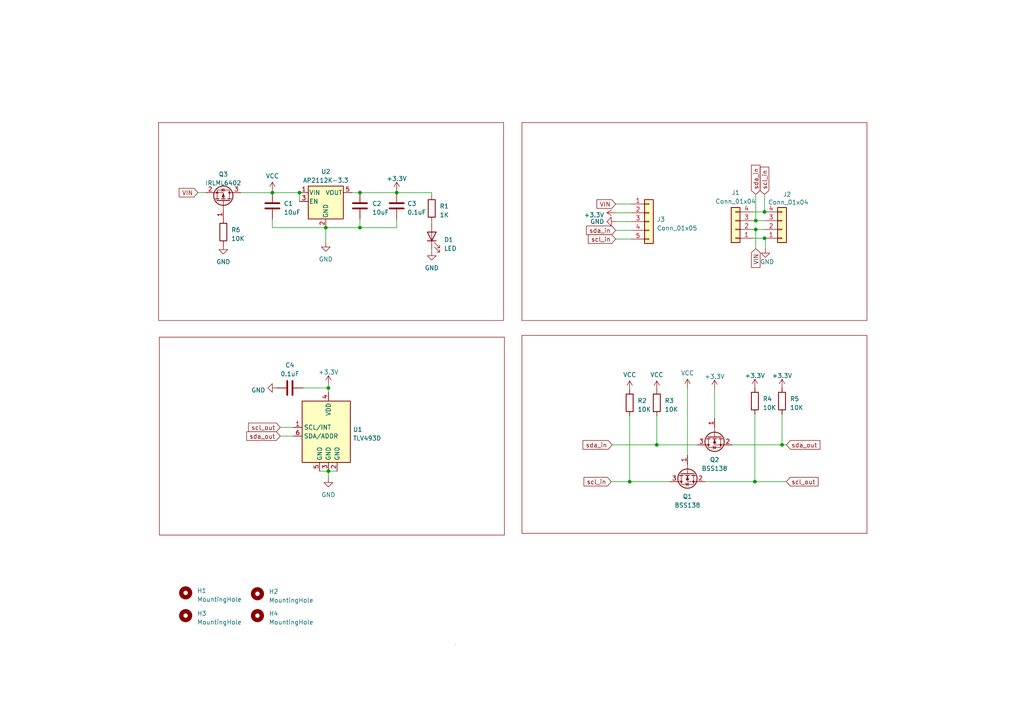
<source format=kicad_sch>
(kicad_sch (version 20230121) (generator eeschema)
  (paper "A4")
  (title_block (title "Positron TLV493D") (date "2025-06-24") (rev "1.0") (company "POSITRON ELEKTRONIK"))
  (lib_symbols
    (symbol "Connector_Generic:Conn_01x04" (pin_names (offset 1.016) hide)
      (property "Reference" "J" (at 0 5.08 0))
      (property "Value" "Conn_01x04" (at 0 -7.62 0))
      (symbol "Conn_01x04_1_1"
        (rectangle (start -1.27 -4.953) (end 0 -5.207) (stroke (width 0.1524)))
        (rectangle (start -1.27 -2.413) (end 0 -2.667) (stroke (width 0.1524)))
        (rectangle (start -1.27 0.127) (end 0 -0.127) (stroke (width 0.1524)))
        (rectangle (start -1.27 2.667) (end 0 2.413) (stroke (width 0.1524)))
        (rectangle (start -1.27 3.81) (end 1.27 -6.35) (stroke (width 0.254)) (fill (type background)))
        (pin passive line (at -5.08 2.54 0) (length 3.81) (name "Pin_1") (number "1"))
        (pin passive line (at -5.08 0 0) (length 3.81) (name "Pin_2") (number "2"))
        (pin passive line (at -5.08 -2.54 0) (length 3.81) (name "Pin_3") (number "3"))
        (pin passive line (at -5.08 -5.08 0) (length 3.81) (name "Pin_4") (number "4"))
      )
    )
    (symbol "Connector_Generic:Conn_01x05" (pin_names (offset 1.016) hide)
      (property "Reference" "J" (at 0 7.62 0))
      (property "Value" "Conn_01x05" (at 0 -7.62 0))
      (symbol "Conn_01x05_1_1"
        (rectangle (start -1.27 -4.953) (end 0 -5.207) (stroke (width 0.1524)))
        (rectangle (start -1.27 -2.413) (end 0 -2.667) (stroke (width 0.1524)))
        (rectangle (start -1.27 0.127) (end 0 -0.127) (stroke (width 0.1524)))
        (rectangle (start -1.27 2.667) (end 0 2.413) (stroke (width 0.1524)))
        (rectangle (start -1.27 5.207) (end 0 4.953) (stroke (width 0.1524)))
        (rectangle (start -1.27 6.35) (end 1.27 -6.35) (stroke (width 0.254)) (fill (type background)))
        (pin passive line (at -5.08 5.08 0) (length 3.81) (name "Pin_1") (number "1"))
        (pin passive line (at -5.08 2.54 0) (length 3.81) (name "Pin_2") (number "2"))
        (pin passive line (at -5.08 0 0) (length 3.81) (name "Pin_3") (number "3"))
        (pin passive line (at -5.08 -2.54 0) (length 3.81) (name "Pin_4") (number "4"))
        (pin passive line (at -5.08 -5.08 0) (length 3.81) (name "Pin_5") (number "5"))
      )
    )
    (symbol "Device:C" (pin_numbers hide) (pin_names (offset 0.254))
      (property "Reference" "C" (at 0.635 2.54 0))
      (property "Value" "C" (at 0.635 -2.54 0))
      (symbol "C_0_1"
        (polyline (pts (xy -2.032 -0.762) (xy 2.032 -0.762)) (stroke (width 0.508)))
        (polyline (pts (xy -2.032 0.762) (xy 2.032 0.762)) (stroke (width 0.508)))
      )
      (symbol "C_1_1"
        (pin passive line (at 0 3.81 270) (length 2.794) (name "~") (number "1"))
        (pin passive line (at 0 -3.81 90) (length 2.794) (name "~") (number "2"))
      )
    )
    (symbol "Device:LED" (pin_numbers hide) (pin_names (offset 1.016) hide)
      (property "Reference" "D" (at 0 2.54 0))
      (property "Value" "LED" (at 0 -2.54 0))
      (symbol "LED_0_1"
        (polyline (pts (xy -1.27 -1.27) (xy -1.27 1.27)) (stroke (width 0.254)))
        (polyline (pts (xy -1.27 0) (xy 1.27 0)))
        (polyline (pts (xy 1.27 -1.27) (xy 1.27 1.27) (xy -1.27 0) (xy 1.27 -1.27)) (stroke (width 0.254)))
        (polyline (pts (xy -3.048 -0.762) (xy -4.572 -2.286) (xy -3.81 -2.286) (xy -4.572 -2.286) (xy -4.572 -1.524)))
        (polyline (pts (xy -1.778 -0.762) (xy -3.302 -2.286) (xy -2.54 -2.286) (xy -3.302 -2.286) (xy -3.302 -1.524)))
      )
      (symbol "LED_1_1"
        (pin passive line (at -3.81 0 0) (length 2.54) (name "K") (number "1"))
        (pin passive line (at 3.81 0 180) (length 2.54) (name "A") (number "2"))
      )
    )
    (symbol "Device:R" (pin_numbers hide) (pin_names (offset 0))
      (property "Reference" "R" (at 2.032 0 90))
      (property "Value" "R" (at 0 0 90))
      (symbol "R_0_1"
        (rectangle (start -1.016 -2.54) (end 1.016 2.54) (stroke (width 0.254)))
      )
      (symbol "R_1_1"
        (pin passive line (at 0 3.81 270) (length 1.27) (name "~") (number "1"))
        (pin passive line (at 0 -3.81 90) (length 1.27) (name "~") (number "2"))
      )
    )
    (symbol "Mechanical:MountingHole" (pin_names (offset 1.016))
      (property "Reference" "H" (at 0 5.08 0))
      (property "Value" "MountingHole" (at 0 3.175 0))
      (symbol "MountingHole_0_1"
        (circle (center 0 0) (radius 1.27) (stroke (width 1.27)))
      )
    )
    (symbol "Regulator_Linear:AP2112K-3.3" (pin_names (offset 0.254))
      (property "Reference" "U" (at -5.08 5.715 0))
      (property "Value" "AP2112K-3.3" (at 0 5.715 0))
      (symbol "AP2112K-3.3_0_1"
        (rectangle (start -5.08 4.445) (end 5.08 -5.08) (stroke (width 0.254)) (fill (type background)))
      )
      (symbol "AP2112K-3.3_1_1"
        (pin power_in line (at -7.62 2.54 0) (length 2.54) (name "VIN") (number "1"))
        (pin power_in line (at 0 -7.62 90) (length 2.54) (name "GND") (number "2"))
        (pin input line (at -7.62 0 0) (length 2.54) (name "EN") (number "3"))
        (pin no_connect line (at 5.08 0 180) (length 2.54) hide (name "NC") (number "4"))
        (pin power_out line (at 7.62 2.54 180) (length 2.54) (name "VOUT") (number "5"))
      )
    )
    (symbol "Sensor_Magnetic:TLV493D"
      (property "Reference" "U" (at -6.35 11.43 0))
      (property "Value" "TLV493D" (at 5.08 11.43 0))
      (symbol "TLV493D_0_1"
        (rectangle (start -7.62 10.16) (end 6.35 -7.62) (stroke (width 0.254)) (fill (type background)))
      )
      (symbol "TLV493D_1_1"
        (pin bidirectional line (at -10.16 2.54 0) (length 2.54) (name "SCL/INT") (number "1"))
        (pin power_in line (at 2.54 -10.16 90) (length 2.54) (name "GND") (number "2"))
        (pin power_in line (at 0 -10.16 90) (length 2.54) (name "GND") (number "3"))
        (pin power_in line (at 0 12.7 270) (length 2.54) (name "VDD") (number "4"))
        (pin power_in line (at -2.54 -10.16 90) (length 2.54) (name "GND") (number "5"))
        (pin bidirectional line (at -10.16 0 0) (length 2.54) (name "SDA/ADDR") (number "6"))
      )
    )
    (symbol "Transistor_FET:BSS138" (pin_names hide)
      (property "Reference" "Q" (at 5.08 1.905 0))
      (property "Value" "BSS138" (at 5.08 0 0))
      (symbol "BSS138_0_1"
        (polyline (pts (xy 0.254 0) (xy -2.54 0)))
        (polyline (pts (xy 0.254 1.905) (xy 0.254 -1.905)) (stroke (width 0.254)))
        (polyline (pts (xy 0.762 -1.27) (xy 0.762 -2.286)) (stroke (width 0.254)))
        (polyline (pts (xy 0.762 0.508) (xy 0.762 -0.508)) (stroke (width 0.254)))
        (polyline (pts (xy 0.762 2.286) (xy 0.762 1.27)) (stroke (width 0.254)))
        (polyline (pts (xy 2.54 2.54) (xy 2.54 1.778)))
        (polyline (pts (xy 2.54 -2.54) (xy 2.54 0) (xy 0.762 0)))
        (polyline (pts (xy 0.762 -1.778) (xy 3.302 -1.778) (xy 3.302 1.778) (xy 0.762 1.778)))
        (polyline (pts (xy 1.016 0) (xy 2.032 0.381) (xy 2.032 -0.381) (xy 1.016 0)) (fill (type outline)))
        (polyline (pts (xy 2.794 0.508) (xy 2.921 0.381) (xy 3.683 0.381) (xy 3.81 0.254)))
        (polyline (pts (xy 3.302 0.381) (xy 2.921 -0.254) (xy 3.683 -0.254) (xy 3.302 0.381)))
        (circle (center 1.651 0) (radius 2.794) (stroke (width 0.254)))
        (circle (center 2.54 -1.778) (radius 0.254) (fill (type outline)))
        (circle (center 2.54 1.778) (radius 0.254) (fill (type outline)))
      )
      (symbol "BSS138_1_1"
        (pin input line (at -5.08 0 0) (length 2.54) (name "G") (number "1"))
        (pin passive line (at 2.54 -5.08 90) (length 2.54) (name "S") (number "2"))
        (pin passive line (at 2.54 5.08 270) (length 2.54) (name "D") (number "3"))
      )
    )
    (symbol "Transistor_FET:IRLML6402" (pin_names hide)
      (property "Reference" "Q" (at 5.08 1.905 0))
      (property "Value" "IRLML6402" (at 5.08 0 0))
      (symbol "IRLML6402_0_1"
        (polyline (pts (xy 0.254 0) (xy -2.54 0)))
        (polyline (pts (xy 0.254 1.905) (xy 0.254 -1.905)) (stroke (width 0.254)))
        (polyline (pts (xy 0.762 -1.27) (xy 0.762 -2.286)) (stroke (width 0.254)))
        (polyline (pts (xy 0.762 0.508) (xy 0.762 -0.508)) (stroke (width 0.254)))
        (polyline (pts (xy 0.762 2.286) (xy 0.762 1.27)) (stroke (width 0.254)))
        (polyline (pts (xy 2.54 2.54) (xy 2.54 1.778)))
        (polyline (pts (xy 2.54 -2.54) (xy 2.54 0) (xy 0.762 0)))
        (polyline (pts (xy 0.762 1.778) (xy 3.302 1.778) (xy 3.302 -1.778) (xy 0.762 -1.778)))
        (polyline (pts (xy 2.286 0) (xy 1.27 0.381) (xy 1.27 -0.381) (xy 2.286 0)) (fill (type outline)))
        (polyline (pts (xy 2.794 -0.508) (xy 2.921 -0.381) (xy 3.683 -0.381) (xy 3.81 -0.254)))
        (polyline (pts (xy 3.302 -0.381) (xy 2.921 0.254) (xy 3.683 0.254) (xy 3.302 -0.381)))
        (circle (center 1.651 0) (radius 2.794) (stroke (width 0.254)))
        (circle (center 2.54 -1.778) (radius 0.254) (fill (type outline)))
        (circle (center 2.54 1.778) (radius 0.254) (fill (type outline)))
      )
      (symbol "IRLML6402_1_1"
        (pin input line (at -5.08 0 0) (length 2.54) (name "G") (number "1"))
        (pin passive line (at 2.54 -5.08 90) (length 2.54) (name "S") (number "2"))
        (pin passive line (at 2.54 5.08 270) (length 2.54) (name "D") (number "3"))
      )
    )
    (symbol "power:+3.3V" (power) (pin_names (offset 0))
      (property "Value" "+3.3V" (at 0 3.556 0))
      (symbol "+3.3V_0_1"
        (polyline (pts (xy -0.762 1.27) (xy 0 2.54)))
        (polyline (pts (xy 0 0) (xy 0 2.54)))
        (polyline (pts (xy 0 2.54) (xy 0.762 1.27)))
      )
      (symbol "+3.3V_1_1"
        (pin power_in line (at 0 0 90) (length 0) hide (name "+3.3V") (number "1"))
      )
    )
    (symbol "power:GND" (power) (pin_names (offset 0))
      (property "Value" "GND" (at 0 -3.81 0))
      (symbol "GND_0_1"
        (polyline (pts (xy 0 0) (xy 0 -1.27) (xy 1.27 -1.27) (xy 0 -2.54) (xy -1.27 -1.27) (xy 0 -1.27)))
      )
      (symbol "GND_1_1"
        (pin power_in line (at 0 0 270) (length 0) hide (name "GND") (number "1"))
      )
    )
    (symbol "power:VCC" (power) (pin_names (offset 0))
      (property "Value" "VCC" (at 0 3.81 0))
      (symbol "VCC_0_1"
        (polyline (pts (xy -0.762 1.27) (xy 0 2.54)))
        (polyline (pts (xy 0 0) (xy 0 2.54)))
        (polyline (pts (xy 0 2.54) (xy 0.762 1.27)))
      )
      (symbol "VCC_1_1"
        (pin power_in line (at 0 0 90) (length 0) hide (name "VCC") (number "1"))
      )
    )
  )
  (junction (at 226.822 129.032))
  (junction (at 95.25 136.652))
  (junction (at 190.5 129.032))
  (junction (at 95.25 112.522))
  (junction (at 219.202 66.548))
  (junction (at 221.742 61.468))
  (junction (at 94.488 66.04))
  (junction (at 86.868 55.88))
  (junction (at 221.742 69.088))
  (junction (at 104.394 66.04))
  (junction (at 78.994 55.88))
  (junction (at 104.394 55.88))
  (junction (at 218.948 139.7))
  (junction (at 182.626 139.7))
  (junction (at 115.062 55.88))
  (junction (at 219.202 64.008))
  (wire (pts (xy 190.5 120.65) (xy 190.5 129.032)))
  (wire (pts (xy 199.39 112.522) (xy 199.39 132.08)))
  (wire (pts (xy 78.994 63.5) (xy 78.994 66.04)))
  (wire (pts (xy 95.25 113.792) (xy 95.25 112.522)))
  (wire (pts (xy 104.394 63.5) (xy 104.394 66.04)))
  (wire (pts (xy 218.44 64.008) (xy 219.202 64.008)))
  (wire (pts (xy 212.344 129.032) (xy 226.822 129.032)))
  (wire (pts (xy 57.404 55.88) (xy 59.69 55.88)))
  (wire (pts (xy 69.85 55.88) (xy 78.994 55.88)))
  (wire (pts (xy 104.394 66.04) (xy 94.488 66.04)))
  (wire (pts (xy 115.062 66.04) (xy 104.394 66.04)))
  (wire (pts (xy 86.868 55.88) (xy 86.868 58.42)))
  (wire (pts (xy 182.626 139.7) (xy 194.31 139.7)))
  (wire (pts (xy 219.202 64.008) (xy 221.742 64.008)))
  (wire (pts (xy 178.562 61.722) (xy 183.134 61.722)))
  (wire (pts (xy 218.948 139.7) (xy 218.948 120.142)))
  (wire (pts (xy 115.062 55.88) (xy 125.222 55.88)))
  (wire (pts (xy 218.44 61.468) (xy 221.742 61.468)))
  (wire (pts (xy 78.994 55.372) (xy 78.994 55.88)))
  (wire (pts (xy 219.202 66.548) (xy 219.202 72.136)))
  (wire (pts (xy 221.996 69.088) (xy 221.996 72.136)))
  (wire (pts (xy 219.202 66.548) (xy 221.742 66.548)))
  (wire (pts (xy 81.28 123.952) (xy 85.09 123.952)))
  (wire (pts (xy 218.44 69.088) (xy 221.742 69.088)))
  (wire (pts (xy 78.994 66.04) (xy 94.488 66.04)))
  (wire (pts (xy 95.25 112.522) (xy 95.25 111.506)))
  (wire (pts (xy 125.222 64.262) (xy 125.222 64.77)))
  (wire (pts (xy 177.546 129.032) (xy 190.5 129.032)))
  (wire (pts (xy 190.5 129.032) (xy 202.184 129.032)))
  (wire (pts (xy 218.948 139.7) (xy 228.092 139.7)))
  (wire (pts (xy 78.994 55.88) (xy 86.868 55.88)))
  (wire (pts (xy 221.742 69.088) (xy 221.996 69.088)))
  (wire (pts (xy 115.062 63.5) (xy 115.062 66.04)))
  (wire (pts (xy 87.884 112.522) (xy 95.25 112.522)))
  (wire (pts (xy 92.71 136.652) (xy 95.25 136.652)))
  (wire (pts (xy 115.062 55.372) (xy 115.062 55.88)))
  (wire (pts (xy 221.742 56.388) (xy 221.742 61.468)))
  (wire (pts (xy 178.562 59.182) (xy 183.134 59.182)))
  (wire (pts (xy 81.28 126.492) (xy 85.09 126.492)))
  (wire (pts (xy 95.25 136.652) (xy 97.79 136.652)))
  (wire (pts (xy 102.108 55.88) (xy 104.394 55.88)))
  (wire (pts (xy 177.292 139.7) (xy 182.626 139.7)))
  (wire (pts (xy 104.394 55.88) (xy 115.062 55.88)))
  (wire (pts (xy 219.202 56.388) (xy 219.202 64.008)))
  (wire (pts (xy 207.264 112.776) (xy 207.264 121.412)))
  (wire (pts (xy 226.822 129.032) (xy 228.092 129.032)))
  (wire (pts (xy 125.222 72.39) (xy 125.222 72.898)))
  (wire (pts (xy 178.562 66.802) (xy 183.134 66.802)))
  (wire (pts (xy 94.488 66.04) (xy 94.488 70.358)))
  (wire (pts (xy 125.222 55.88) (xy 125.222 56.642)))
  (wire (pts (xy 95.25 136.652) (xy 95.25 138.684)))
  (wire (pts (xy 182.626 120.65) (xy 182.626 139.7)))
  (wire (pts (xy 204.47 139.7) (xy 218.948 139.7)))
  (wire (pts (xy 218.44 66.548) (xy 219.202 66.548)))
  (wire (pts (xy 226.822 129.032) (xy 226.822 120.142)))
  (wire (pts (xy 178.562 69.342) (xy 183.134 69.342)))
  (wire (pts (xy 178.562 64.262) (xy 183.134 64.262)))
  (rectangle (start 45.974 35.56) (end 146.05 92.964) (stroke (width 0) (color 132 0 0 1)))
  (rectangle (start 46.228 97.79) (end 146.304 155.194) (stroke (width 0) (color 132 0 0 1)))
  (rectangle (start 132.08 186.944) (end 132.08 186.944))
  (rectangle (start 151.384 35.56) (end 251.46 92.964) (stroke (width 0) (color 132 0 0 1)))
  (rectangle (start 151.384 97.282) (end 251.46 154.686) (stroke (width 0) (color 132 0 0 1)))
  (global_label "scl_in" (shape input) (at 178.562 69.342 180) (property "Intersheetrefs" "${INTERSHEET_REFS}" (effects hide)))
  (global_label "VIN" (shape input) (at 178.562 59.182 180) (property "Intersheetrefs" "${INTERSHEET_REFS}" (effects hide)))
  (global_label "VIN" (shape input) (at 219.202 72.136 270) (property "Intersheetrefs" "${INTERSHEET_REFS}" (effects hide)))
  (global_label "scl_in" (shape input) (at 177.292 139.7 180) (property "Intersheetrefs" "${INTERSHEET_REFS}" (effects hide)))
  (global_label "sda_out" (shape input) (at 81.28 126.492 180) (property "Intersheetrefs" "${INTERSHEET_REFS}" (effects hide)))
  (global_label "sda_out" (shape input) (at 228.092 129.032 0) (property "Intersheetrefs" "${INTERSHEET_REFS}" (effects hide)))
  (global_label "scl_in" (shape input) (at 221.742 56.388 90) (property "Intersheetrefs" "${INTERSHEET_REFS}" (effects hide)))
  (global_label "sda_in" (shape input) (at 177.546 129.032 180) (property "Intersheetrefs" "${INTERSHEET_REFS}" (effects hide)))
  (global_label "sda_in" (shape input) (at 178.562 66.802 180) (property "Intersheetrefs" "${INTERSHEET_REFS}" (effects hide)))
  (global_label "sda_in" (shape input) (at 219.202 56.388 90) (property "Intersheetrefs" "${INTERSHEET_REFS}" (effects hide)))
  (global_label "scl_out" (shape input) (at 228.092 139.7 0) (property "Intersheetrefs" "${INTERSHEET_REFS}" (effects hide)))
  (global_label "scl_out" (shape input) (at 81.28 123.952 180) (property "Intersheetrefs" "${INTERSHEET_REFS}" (effects hide)))
  (global_label "VIN" (shape input) (at 57.404 55.88 180) (property "Intersheetrefs" "${INTERSHEET_REFS}" (effects hide)))
  (symbol (lib_id "power:+3.3V") (at 207.264 112.776 0) (unit 1)
    (property "Reference" "#PWR011" (effects hide))
    (property "Value" "+3.3V" (at 207.264 109.22 0))
  )
  (symbol (lib_id "power:+3.3V") (at 115.062 55.372 0) (unit 1)
    (property "Reference" "#PWR04" (effects hide))
    (property "Value" "+3.3V" (at 115.062 51.816 0))
  )
  (symbol (lib_id "power:VCC") (at 78.994 55.372 0) (unit 1)
    (property "Reference" "#PWR05" (effects hide))
    (property "Value" "VCC" (at 78.994 51.054 0))
  )
  (symbol (lib_id "power:GND") (at 221.996 72.136 0) (unit 1)
    (property "Reference" "#PWR015" (effects hide))
    (property "Value" "GND" (at 222.504 75.946 0))
  )
  (symbol (lib_id "Device:C") (at 115.062 59.69 0) (unit 1)
    (property "Reference" "C3" (at 118.11 59.055 0) (effects (justify left)))
    (property "Value" "0.1uF" (at 118.11 61.595 0) (effects (justify left)))
    (property "Footprint" "Capacitor_SMD:C_0603_1608Metric" (effects hide))
  )
  (symbol (lib_id "Device:R") (at 226.822 116.332 0) (unit 1)
    (property "Reference" "R5" (at 229.108 115.697 0) (effects (justify left)))
    (property "Value" "10K" (at 229.108 118.237 0) (effects (justify left)))
    (property "Footprint" "Resistor_SMD:R_0603_1608Metric" (effects hide))
  )
  (symbol (lib_id "Device:R") (at 64.77 67.31 0) (unit 1)
    (property "Reference" "R6" (at 67.056 66.675 0) (effects (justify left)))
    (property "Value" "10K" (at 67.056 69.215 0) (effects (justify left)))
    (property "Footprint" "Resistor_SMD:R_0603_1608Metric" (effects hide))
  )
  (symbol (lib_id "Mechanical:MountingHole") (at 74.676 178.562 0) (unit 1)
    (property "Reference" "H4" (at 77.978 177.927 0) (effects (justify left)))
    (property "Value" "MountingHole" (at 77.978 180.467 0) (effects (justify left)))
    (property "Footprint" "MountingHole:MountingHole_2.1mm" (effects hide))
  )
  (symbol (lib_id "power:GND") (at 125.222 72.898 0) (unit 1)
    (property "Reference" "#PWR06" (effects hide))
    (property "Value" "GND" (at 125.222 77.724 0))
  )
  (symbol (lib_id "Connector_Generic:Conn_01x04") (at 226.822 66.548 0) (mirror x) (unit 1)
    (property "Reference" "J2" (at 227.076 56.388 0) (effects (justify left)))
    (property "Value" "Conn_01x04" (at 222.758 58.674 0) (effects (justify left)))
    (property "Footprint" "Connector_JST:JST_SH_BM04B-SRSS-TB_1x04-1MP_P1.00mm_Vertical" (effects hide))
  )
  (symbol (lib_id "Device:C") (at 84.074 112.522 90) (unit 1)
    (property "Reference" "C4" (at 84.074 105.918 90))
    (property "Value" "0.1uF" (at 84.074 108.458 90))
    (property "Footprint" "Capacitor_SMD:C_0603_1608Metric" (effects hide))
  )
  (symbol (lib_id "Connector_Generic:Conn_01x05") (at 188.214 64.262 0) (unit 1)
    (property "Reference" "J3" (at 190.5 63.627 0) (effects (justify left)))
    (property "Value" "Conn_01x05" (at 190.5 66.167 0) (effects (justify left)))
    (property "Footprint" "Connector_PinHeader_2.54mm:PinHeader_1x05_P2.54mm_Vertical" (effects hide))
  )
  (symbol (lib_id "power:GND") (at 80.264 112.522 270) (unit 1)
    (property "Reference" "#PWR013" (effects hide))
    (property "Value" "GND" (at 76.962 113.157 90) (effects (justify right)))
  )
  (symbol (lib_id "Device:LED") (at 125.222 68.58 90) (unit 1)
    (property "Reference" "D1" (at 128.778 69.5325 90) (effects (justify right)))
    (property "Value" "LED" (at 128.778 72.0725 90) (effects (justify right)))
    (property "Footprint" "LED_SMD:LED_0603_1608Metric" (effects hide))
  )
  (symbol (lib_id "Sensor_Magnetic:TLV493D") (at 95.25 126.492 0) (unit 1)
    (property "Reference" "U1" (at 102.362 124.587 0) (effects (justify left)))
    (property "Value" "TLV493D" (at 102.362 127.127 0) (effects (justify left)))
    (property "Footprint" "Package_TO_SOT_SMD:SOT-23-6_Handsoldering" (effects hide))
    (property "Datasheet" "http://www.infineon.com/dgdl/Infineon-TLV493D-A1B6-DS-v01_00-EN.pdf?fileId=5546d462525dbac40152a6b85c760e80" (effects hide))
  )
  (symbol (lib_id "power:+3.3V") (at 95.25 111.506 0) (unit 1)
    (property "Reference" "#PWR01" (effects hide))
    (property "Value" "+3.3V" (at 95.25 107.95 0))
  )
  (symbol (lib_id "Device:R") (at 218.948 116.332 0) (unit 1)
    (property "Reference" "R4" (at 221.234 115.697 0) (effects (justify left)))
    (property "Value" "10K" (at 221.234 118.237 0) (effects (justify left)))
    (property "Footprint" "Resistor_SMD:R_0603_1608Metric" (effects hide))
  )
  (symbol (lib_id "Device:C") (at 78.994 59.69 0) (unit 1)
    (property "Reference" "C1" (at 82.296 59.055 0) (effects (justify left)))
    (property "Value" "10uF" (at 82.296 61.595 0) (effects (justify left)))
    (property "Footprint" "Capacitor_SMD:C_0603_1608Metric" (effects hide))
  )
  (symbol (lib_id "Connector_Generic:Conn_01x04") (at 213.36 66.548 180) (unit 1)
    (property "Reference" "J1" (at 213.36 55.88 0))
    (property "Value" "Conn_01x04" (at 213.36 58.42 0))
    (property "Footprint" "Connector_JST:JST_SH_BM04B-SRSS-TB_1x04-1MP_P1.00mm_Vertical" (effects hide))
  )
  (symbol (lib_id "power:GND") (at 94.488 70.358 0) (unit 1)
    (property "Reference" "#PWR03" (effects hide))
    (property "Value" "GND" (at 94.488 75.184 0))
  )
  (symbol (lib_id "Mechanical:MountingHole") (at 53.848 171.958 0) (unit 1)
    (property "Reference" "H1" (at 57.15 171.323 0) (effects (justify left)))
    (property "Value" "MountingHole" (at 57.15 173.863 0) (effects (justify left)))
    (property "Footprint" "MountingHole:MountingHole_2.1mm" (effects hide))
  )
  (symbol (lib_id "power:+3.3V") (at 218.948 112.522 0) (unit 1)
    (property "Reference" "#PWR09" (effects hide))
    (property "Value" "+3.3V" (at 218.948 108.966 0))
  )
  (symbol (lib_id "Regulator_Linear:AP2112K-3.3") (at 94.488 58.42 0) (unit 1)
    (property "Reference" "U2" (at 94.488 49.784 0))
    (property "Value" "AP2112K-3.3" (at 94.488 52.324 0))
    (property "Footprint" "Package_TO_SOT_SMD:SOT-23-5" (effects hide))
    (property "Datasheet" "https://www.diodes.com/assets/Datasheets/AP2112.pdf" (effects hide))
  )
  (symbol (lib_id "Mechanical:MountingHole") (at 53.848 178.562 0) (unit 1)
    (property "Reference" "H3" (at 57.15 177.927 0) (effects (justify left)))
    (property "Value" "MountingHole" (at 57.15 180.467 0) (effects (justify left)))
    (property "Footprint" "MountingHole:MountingHole_2.1mm" (effects hide))
  )
  (symbol (lib_id "power:GND") (at 95.25 138.684 0) (unit 1)
    (property "Reference" "#PWR02" (effects hide))
    (property "Value" "GND" (at 95.25 143.51 0))
  )
  (symbol (lib_id "Device:R") (at 182.626 116.84 0) (unit 1)
    (property "Reference" "R2" (at 184.912 116.205 0) (effects (justify left)))
    (property "Value" "10K" (at 184.912 118.745 0) (effects (justify left)))
    (property "Footprint" "Resistor_SMD:R_0603_1608Metric" (effects hide))
  )
  (symbol (lib_id "Device:C") (at 104.394 59.69 0) (unit 1)
    (property "Reference" "C2" (at 107.95 59.055 0) (effects (justify left)))
    (property "Value" "10uF" (at 107.95 61.595 0) (effects (justify left)))
    (property "Footprint" "Capacitor_SMD:C_0603_1608Metric" (effects hide))
  )
  (symbol (lib_id "power:VCC") (at 182.626 113.03 0) (unit 1)
    (property "Reference" "#PWR07" (effects hide))
    (property "Value" "VCC" (at 182.626 108.712 0))
  )
  (symbol (lib_id "Mechanical:MountingHole") (at 74.676 172.212 0) (unit 1)
    (property "Reference" "H2" (at 77.978 171.577 0) (effects (justify left)))
    (property "Value" "MountingHole" (at 77.978 174.117 0) (effects (justify left)))
    (property "Footprint" "MountingHole:MountingHole_2.1mm" (effects hide))
  )
  (symbol (lib_id "Transistor_FET:BSS138") (at 199.39 137.16 90) (mirror x) (unit 1)
    (property "Reference" "Q1" (at 199.39 144.018 90))
    (property "Value" "BSS138" (at 199.39 146.558 90))
    (property "Footprint" "Package_TO_SOT_SMD:SOT-23" (effects hide))
    (property "Datasheet" "https://www.onsemi.com/pub/Collateral/BSS138-D.PDF" (effects hide))
  )
  (symbol (lib_id "Transistor_FET:IRLML6402") (at 64.77 58.42 270) (mirror x) (unit 1)
    (property "Reference" "Q3" (at 64.77 50.546 90))
    (property "Value" "IRLML6402" (at 64.77 53.086 90))
    (property "Footprint" "Package_TO_SOT_SMD:SOT-23" (effects hide))
    (property "Datasheet" "https://www.infineon.com/dgdl/irlml6402pbf.pdf?fileId=5546d462533600a401535668d5c2263c" (effects hide))
  )
  (symbol (lib_id "Device:R") (at 125.222 60.452 0) (unit 1)
    (property "Reference" "R1" (at 127.508 59.817 0) (effects (justify left)))
    (property "Value" "1K" (at 127.508 62.357 0) (effects (justify left)))
    (property "Footprint" "Resistor_SMD:R_0603_1608Metric" (effects hide))
  )
  (symbol (lib_id "Device:R") (at 190.5 116.84 0) (unit 1)
    (property "Reference" "R3" (at 192.786 116.205 0) (effects (justify left)))
    (property "Value" "10K" (at 192.786 118.745 0) (effects (justify left)))
    (property "Footprint" "Resistor_SMD:R_0603_1608Metric" (effects hide))
  )
  (symbol (lib_id "power:+3.3V") (at 178.562 61.722 90) (unit 1)
    (property "Reference" "#PWR016" (effects hide))
    (property "Value" "+3.3V" (at 175.26 62.357 90) (effects (justify left)))
  )
  (symbol (lib_id "power:GND") (at 178.562 64.262 270) (unit 1)
    (property "Reference" "#PWR017" (effects hide))
    (property "Value" "GND" (at 173.228 64.262 90))
  )
  (symbol (lib_id "power:VCC") (at 199.39 112.522 0) (unit 1)
    (property "Reference" "#PWR012" (effects hide))
    (property "Value" "VCC" (at 199.39 108.204 0))
  )
  (symbol (lib_id "power:+3.3V") (at 226.822 112.522 0) (unit 1)
    (property "Reference" "#PWR010" (effects hide))
    (property "Value" "+3.3V" (at 226.822 108.966 0))
  )
  (symbol (lib_id "Transistor_FET:BSS138") (at 207.264 126.492 90) (mirror x) (unit 1)
    (property "Reference" "Q2" (at 207.264 133.35 90))
    (property "Value" "BSS138" (at 207.264 135.89 90))
    (property "Footprint" "Package_TO_SOT_SMD:SOT-23" (effects hide))
    (property "Datasheet" "https://www.onsemi.com/pub/Collateral/BSS138-D.PDF" (effects hide))
  )
  (symbol (lib_id "power:GND") (at 64.77 71.12 0) (unit 1)
    (property "Reference" "#PWR014" (effects hide))
    (property "Value" "GND" (at 64.77 75.946 0))
  )
  (symbol (lib_id "power:VCC") (at 190.5 113.03 0) (unit 1)
    (property "Reference" "#PWR08" (effects hide))
    (property "Value" "VCC" (at 190.5 108.712 0))
  )
)
</source>
